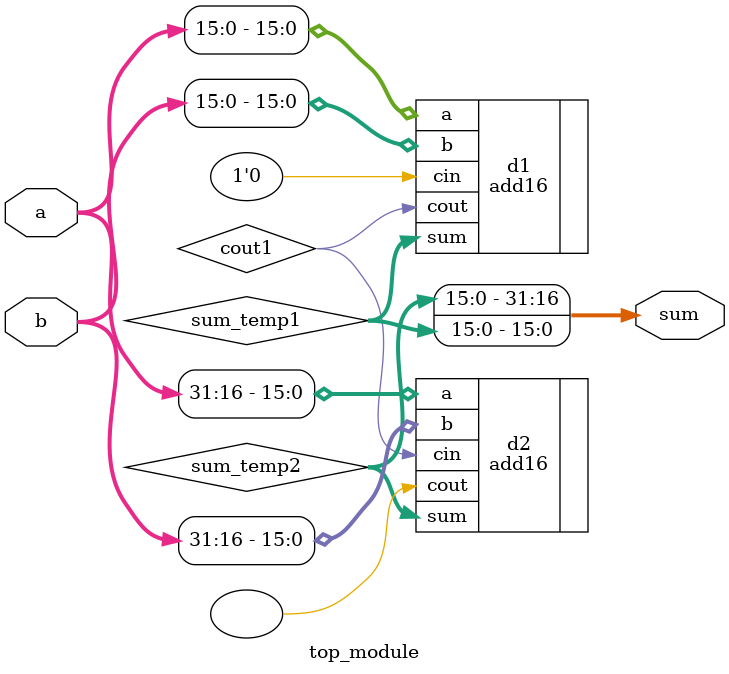
<source format=sv>
module top_module(
    input logic [31:0] a,
    input logic [31:0] b,
    output logic [31:0] sum
);

    wire logic [15:0] sum_temp1,sum_temp2;
    var logic cout1;
    add16 d1 (
        .a(a[15:0]),
        .b(b[15:0]),
        .cin(1'd0),
        .sum(sum_temp1),
        .cout(cout1)
    );
    
    add16 d2 (
        .a(a[31:16]),
        .b(b[31:16]),
        .cin(cout1),
        .sum(sum_temp2),
        .cout()
    );
    
    assign sum = {sum_temp2,sum_temp1} ;
endmodule

</source>
